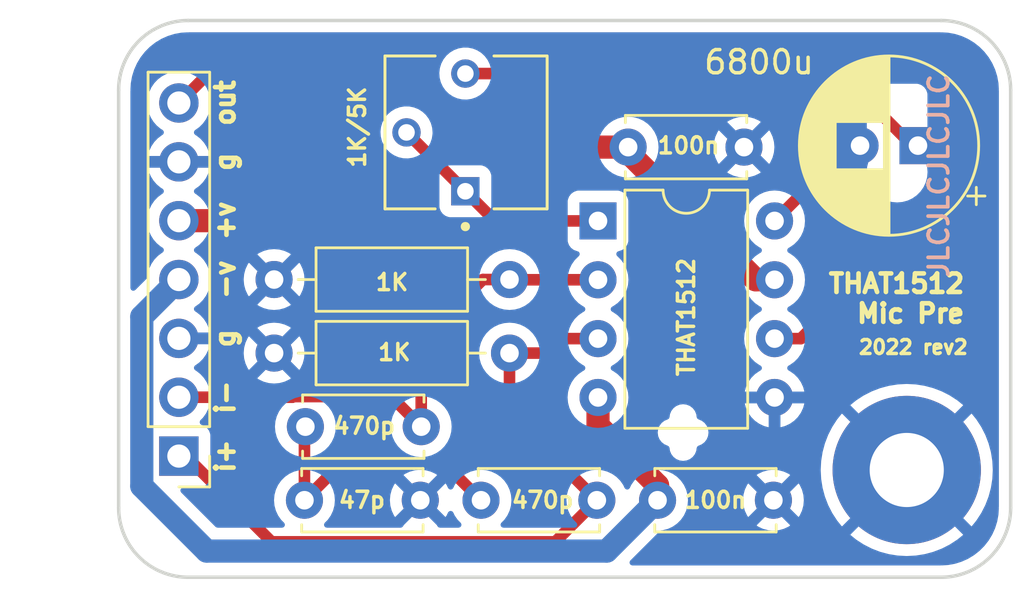
<source format=kicad_pcb>
(kicad_pcb (version 20211014) (generator pcbnew)
  (title_block (title "THAT1512 Mic Pre") (date "2022-04-22") (rev "2") (company "Triglav Modular"))
  (layers (0 "F.Cu" signal) (31 "B.Cu" signal) (34 "B.Paste" user) (35 "F.Paste" user) (36 "B.SilkS" user "B.Silkscreen") (37 "F.SilkS" user "F.Silkscreen") (38 "B.Mask" user) (39 "F.Mask" user) (44 "Edge.Cuts" user))
  (net 0 "")
  (net 1 "GND")
  (net 2 "Net-(C1-Pad1)")
  (net 3 "+In")
  (net 4 "-In")
  (net 5 "-15V")
  (net 6 "+15V")
  (net 7 "Net-(RV1-Pad3)")
  (net 8 "Net-(RV1-Pad1)")
  (net 9 "Out")
  (net 10 "Net-(U1-Pad8)")
  (footprint "Capacitor_THT:C_Disc_D5.0mm_W2.5mm_P5.00mm" (layer "F.Cu") (at 97.484315 70.3 180)
    (fp_text reference "C2" hide)
    (fp_text value "470p" (at 2.46 0.03) (layer "F.SilkS") (effects (font (size 0.7 0.7))))
    (fp_line (start 5.12 1.055) (end 5.12 1.37) (layer "F.SilkS") (width 0.12))
    (fp_line (start 5.12 -1.37) (end 5.12 -1.055) (layer "F.SilkS") (width 0.12))
    (fp_line (start -0.12 -1.37) (end 5.12 -1.37) (layer "F.SilkS") (width 0.12))
    (fp_line (start -0.12 1.37) (end 5.12 1.37) (layer "F.SilkS") (width 0.12))
    (fp_line (start -0.12 1.055) (end -0.12 1.37) (layer "F.SilkS") (width 0.12))
    (fp_line (start -0.12 -1.37) (end -0.12 -1.055) (layer "F.SilkS") (width 0.12))
    (pad "1" thru_hole circle locked (at 0 0 180) (size 1.6 1.6) (drill 0.8) (layers *.Cu *.Mask) (net 4 "-In"))
    (pad "2" thru_hole circle locked (at 5 0 180) (size 1.6 1.6) (drill 0.8) (layers *.Cu *.Mask) (net 2 "Net-(C1-Pad1)"))
  )
  (footprint "Capacitor_THT:C_Disc_D5.0mm_W2.5mm_P5.00mm" (layer "F.Cu") (at 92.444315 73.475)
    (fp_text reference "C3" hide)
    (fp_text value "47p" (at 2.48 -0.005) (layer "F.SilkS") (effects (font (size 0.7 0.7))))
    (fp_line (start 5.12 1.055) (end 5.12 1.37) (layer "F.SilkS") (width 0.12))
    (fp_line (start 5.12 -1.37) (end 5.12 -1.055) (layer "F.SilkS") (width 0.12))
    (fp_line (start -0.12 -1.37) (end 5.12 -1.37) (layer "F.SilkS") (width 0.12))
    (fp_line (start -0.12 -1.37) (end -0.12 -1.055) (layer "F.SilkS") (width 0.12))
    (fp_line (start -0.12 1.055) (end -0.12 1.37) (layer "F.SilkS") (width 0.12))
    (fp_line (start -0.12 1.37) (end 5.12 1.37) (layer "F.SilkS") (width 0.12))
    (pad "1" thru_hole circle locked (at 0 0) (size 1.6 1.6) (drill 0.8) (layers *.Cu *.Mask) (net 2 "Net-(C1-Pad1)"))
    (pad "2" thru_hole circle locked (at 5 0) (size 1.6 1.6) (drill 0.8) (layers *.Cu *.Mask) (net 1 "GND"))
  )
  (footprint "Package_DIP:DIP-8_W7.62mm" (layer "F.Cu") (at 105.114315 61.42)
    (fp_text reference "U1" hide)
    (fp_text value "THAT1512" (at 3.81 4.15 90) (layer "F.SilkS") (effects (font (size 0.7 0.7))))
    (fp_line (start 1.16 -1.33) (end 1.16 8.95) (layer "F.SilkS") (width 0.12))
    (fp_line (start 6.46 -1.33) (end 4.81 -1.33) (layer "F.SilkS") (width 0.12))
    (fp_line (start 2.81 -1.33) (end 1.16 -1.33) (layer "F.SilkS") (width 0.12))
    (fp_line (start 1.16 8.95) (end 6.46 8.95) (layer "F.SilkS") (width 0.12))
    (fp_line (start 6.46 8.95) (end 6.46 -1.33) (layer "F.SilkS") (width 0.12))
    (fp_arc (start 4.81 -1.33) (mid 3.81 -0.33) (end 2.81 -1.33) (layer "F.SilkS") (width 0.12))
    (pad "1" thru_hole rect locked (at 0 0) (size 1.6 1.6) (drill 0.8) (layers *.Cu *.Mask) (net 8 "Net-(RV1-Pad1)"))
    (pad "2" thru_hole oval locked (at 0 2.54) (size 1.6 1.6) (drill 0.8) (layers *.Cu *.Mask) (net 4 "-In"))
    (pad "3" thru_hole oval locked (at 0 5.08) (size 1.6 1.6) (drill 0.8) (layers *.Cu *.Mask) (net 3 "+In"))
    (pad "4" thru_hole oval locked (at 0 7.62) (size 1.6 1.6) (drill 0.8) (layers *.Cu *.Mask) (net 5 "-15V"))
    (pad "5" thru_hole oval locked (at 7.62 7.62) (size 1.6 1.6) (drill 0.8) (layers *.Cu *.Mask) (net 1 "GND"))
    (pad "6" thru_hole oval locked (at 7.62 5.08) (size 1.6 1.6) (drill 0.8) (layers *.Cu *.Mask) (net 9 "Out"))
    (pad "7" thru_hole oval locked (at 7.62 2.54) (size 1.6 1.6) (drill 0.8) (layers *.Cu *.Mask) (net 6 "+15V"))
    (pad "8" thru_hole oval locked (at 7.62 0) (size 1.6 1.6) (drill 0.8) (layers *.Cu *.Mask) (net 10 "Net-(U1-Pad8)"))
  )
  (footprint "MountingHole:MountingHole_3.2mm_M3_Pad" (layer "F.Cu") (at 118.439315 72.17)
    (fp_text reference "H4" hide)
    (fp_text value "M3")
    (pad "1" thru_hole circle locked (at 0 0) (size 6.4 6.4) (drill 3.2) (layers *.Cu *.Mask) (net 1 "GND"))
  )
  (footprint "Resistor_THT:R_Axial_DIN0207_L6.3mm_D2.5mm_P10.16mm_Horizontal" (layer "F.Cu") (at 91.134315 67.125)
    (fp_text reference "R2" hide)
    (fp_text value "1K" (at 5.19 -0.032) (layer "F.SilkS") (effects (font (size 0.7 0.7))))
    (fp_line (start 8.35 -1.37) (end 1.81 -1.37) (layer "F.SilkS") (width 0.12))
    (fp_line (start 9.12 0) (end 8.35 0) (layer "F.SilkS") (width 0.12))
    (fp_line (start 1.81 -1.37) (end 1.81 1.37) (layer "F.SilkS") (width 0.12))
    (fp_line (start 8.35 1.37) (end 8.35 -1.37) (layer "F.SilkS") (width 0.12))
    (fp_line (start 1.81 1.37) (end 8.35 1.37) (layer "F.SilkS") (width 0.12))
    (fp_line (start 1.04 0) (end 1.81 0) (layer "F.SilkS") (width 0.12))
    (pad "1" thru_hole circle (at 0 0) (size 1.6 1.6) (drill 0.8) (layers *.Cu *.Mask) (net 1 "GND"))
    (pad "2" thru_hole oval (at 10.16 0) (size 1.6 1.6) (drill 0.8) (layers *.Cu *.Mask) (net 3 "+In"))
  )
  (footprint "Capacitor_THT:CP_Radial_D7.5mm_P2.50mm" (layer "F.Cu") (at 118.924315 58.17 180)
    (fp_text reference "C6" hide)
    (fp_text value "6800u" (at 6.861395 3.6 180) (layer "F.SilkS"))
    (fp_line (start 1.73 -3.801) (end 1.73 -1.04) (layer "F.SilkS") (width 0.12))
    (fp_line (start 2.491 1.04) (end 2.491 3.626) (layer "F.SilkS") (width 0.12))
    (fp_line (start 1.77 -3.795) (end 1.77 -1.04) (layer "F.SilkS") (width 0.12))
    (fp_line (start 3.171 1.04) (end 3.171 3.321) (layer "F.SilkS") (width 0.12))
    (fp_line (start 2.771 1.04) (end 2.771 3.52) (layer "F.SilkS") (width 0.12))
    (fp_line (start 1.85 1.04) (end 1.85 3.784) (layer "F.SilkS") (width 0.12))
    (fp_line (start 2.531 -3.613) (end 2.531 -1.04) (layer "F.SilkS") (width 0.12))
    (fp_line (start 5.051 -0.693) (end 5.051 0.693) (layer "F.SilkS") (width 0.12))
    (fp_line (start 2.891 -3.466) (end 2.891 -1.04) (layer "F.SilkS") (width 0.12))
    (fp_line (start 2.371 -3.665) (end 2.371 -1.04) (layer "F.SilkS") (width 0.12))
    (fp_line (start 4.531 -2.014) (end 4.531 2.014) (layer "F.SilkS") (width 0.12))
    (fp_line (start 1.77 1.04) (end 1.77 3.795) (layer "F.SilkS") (width 0.12))
    (fp_line (start 3.491 -3.116) (end 3.491 -1.04) (layer "F.SilkS") (width 0.12))
    (fp_line (start 3.131 -3.343) (end 3.131 -1.04) (layer "F.SilkS") (width 0.12))
    (fp_line (start 2.011 1.04) (end 2.011 3.755) (layer "F.SilkS") (width 0.12))
    (fp_line (start 4.731 -1.654) (end 4.731 1.654) (layer "F.SilkS") (width 0.12))
    (fp_line (start 2.131 -3.729) (end 2.131 -1.04) (layer "F.SilkS") (width 0.12))
    (fp_line (start 1.65 1.04) (end 1.65 3.81) (layer "F.SilkS") (width 0.12))
    (fp_line (start 3.251 1.04) (end 3.251 3.274) (layer "F.SilkS") (width 0.12))
    (fp_line (start 2.851 -3.484) (end 2.851 -1.04) (layer "F.SilkS") (width 0.12))
    (fp_line (start 2.051 -3.747) (end 2.051 -1.04) (layer "F.SilkS") (width 0.12))
    (fp_line (start 1.89 -3.777) (end 1.89 -1.04) (layer "F.SilkS") (width 0.12))
    (fp_line (start 2.171 -3.72) (end 2.171 -1.04) (layer "F.SilkS") (width 0.12))
    (fp_line (start 2.411 -3.653) (end 2.411 -1.04) (layer "F.SilkS") (width 0.12))
    (fp_line (start 2.171 1.04) (end 2.171 3.72) (layer "F.SilkS") (width 0.12))
    (fp_line (start 2.451 1.04) (end 2.451 3.64) (layer "F.SilkS") (width 0.12))
    (fp_line (start 1.25 -3.83) (end 1.25 3.83) (layer "F.SilkS") (width 0.12))
    (fp_line (start 3.451 1.04) (end 3.451 3.144) (layer "F.SilkS") (width 0.12))
    (fp_line (start 3.091 -3.365) (end 3.091 -1.04) (layer "F.SilkS") (width 0.12))
    (fp_line (start 2.811 -3.502) (end 2.811 -1.04) (layer "F.SilkS") (width 0.12))
    (fp_line (start 1.93 -3.77) (end 1.93 -1.04) (layer "F.SilkS") (width 0.12))
    (fp_line (start 3.051 -3.386) (end 3.051 -1.04) (layer "F.SilkS") (width 0.12))
    (fp_line (start 4.851 -1.381) (end 4.851 1.381) (layer "F.SilkS") (width 0.12))
    (fp_line (start 4.651 -1.809) (end 4.651 1.809) (layer "F.SilkS") (width 0.12))
    (fp_line (start 2.931 -3.447) (end 2.931 -1.04) (layer "F.SilkS") (width 0.12))
    (fp_line (start 1.61 1.04) (end 1.61 3.814) (layer "F.SilkS") (width 0.12))
    (fp_line (start 2.291 -3.688) (end 2.291 -1.04) (layer "F.SilkS") (width 0.12))
    (fp_line (start 3.971 -2.713) (end 3.971 2.713) (layer "F.SilkS") (width 0.12))
    (fp_line (start 1.33 -3.83) (end 1.33 3.83) (layer "F.SilkS") (width 0.12))
    (fp_line (start 1.29 -3.83) (end 1.29 3.83) (layer "F.SilkS") (width 0.12))
    (fp_line (start 3.611 -3.028) (end 3.611 3.028) (layer "F.SilkS") (width 0.12))
    (fp_line (start 3.531 -3.088) (end 3.531 -1.04) (layer "F.SilkS") (width 0.12))
    (fp_line (start -2.892211 -2.175) (end -2.142211 -2.175) (layer "F.SilkS") (width 0.12))
    (fp_line (start 3.691 -2.964) (end 3.691 2.964) (layer "F.SilkS") (width 0.12))
    (fp_line (start 2.571 1.04) (end 2.571 3.598) (layer "F.SilkS") (width 0.12))
    (fp_line (start 4.251 -2.405) (end 4.251 2.405) (layer "F.SilkS") (width 0.12))
    (fp_line (start 2.251 1.04) (end 2.251 3.699) (layer "F.SilkS") (width 0.12))
    (fp_line (start 1.53 -3.82) (end 1.53 -1.04) (layer "F.SilkS") (width 0.12))
    (fp_line (start 1.41 -3.827) (end 1.41 3.827) (layer "F.SilkS") (width 0.12))
    (fp_line (start 2.691 1.04) (end 2.691 3.553) (layer "F.SilkS") (width 0.12))
    (fp_line (start 3.411 -3.172) (end 3.411 -1.04) (layer "F.SilkS") (width 0.12))
    (fp_line (start 1.971 1.04) (end 1.971 3.763) (layer "F.SilkS") (width 0.12))
    (fp_line (start 4.491 -2.077) (end 4.491 2.077) (layer "F.SilkS") (width 0.12))
    (fp_line (start 4.171 -2.5) (end 4.171 2.5) (layer "F.SilkS") (width 0.12))
    (fp_line (start 4.971 -1.028) (end 4.971 1.028) (layer "F.SilkS") (width 0.12))
    (fp_line (start 1.49 -3.823) (end 1.49 -1.04) (layer "F.SilkS") (width 0.12))
    (fp_line (start 2.971 1.04) (end 2.971 3.427) (layer "F.SilkS") (width 0.12))
    (fp_line (start 3.811 -2.863) (end 3.811 2.863) (layer "F.SilkS") (width 0.12))
    (fp_line (start 2.091 -3.738) (end 2.091 -1.04) (layer "F.SilkS") (width 0.12))
    (fp_line (start 2.011 -3.755) (end 2.011 -1.04) (layer "F.SilkS") (width 0.12))
    (fp_line (start 2.131 1.04) (end 2.131 3.729) (layer "F.SilkS") (width 0.12))
    (fp_line (start 3.371 1.04) (end 3.371 3.198) (layer "F.SilkS") (width 0.12))
    (fp_line (start 4.291 -2.355) (end 4.291 2.355) (layer "F.SilkS") (width 0.12))
    (fp_line (start 2.811 1.04) (end 2.811 3.502) (layer "F.SilkS") (width 0.12))
    (fp_line (start 4.131 -2.546) (end 4.131 2.546) (layer "F.SilkS") (width 0.12))
    (fp_line (start 3.331 -3.224) (end 3.331 -1.04) (layer "F.SilkS") (width 0.12))
    (fp_line (start 2.451 -3.64) (end 2.451 -1.04) (layer "F.SilkS") (width 0.12))
    (fp_line (start 2.331 1.04) (end 2.331 3.677) (layer "F.SilkS") (width 0.12))
    (fp_line (start 4.331 -2.304) (end 4.331 2.304) (layer "F.SilkS") (width 0.12))
    (fp_line (start 1.57 -3.817) (end 1.57 -1.04) (layer "F.SilkS") (width 0.12))
    (fp_line (start 4.611 -1.881) (end 4.611 1.881) (layer "F.SilkS") (width 0.12))
    (fp_line (start 2.971 -3.427) (end 2.971 -1.04) (layer "F.SilkS") (width 0.12))
    (fp_line (start 2.611 1.04) (end 2.611 3.584) (layer "F.SilkS") (width 0.12))
    (fp_line (start 2.371 1.04) (end 2.371 3.665) (layer "F.SilkS") (width 0.12))
    (fp_line (start 4.931 -1.158) (end 4.931 1.158) (layer "F.SilkS") (width 0.12))
    (fp_line (start 3.651 -2.996) (end 3.651 2.996) (layer "F.SilkS") (width 0.12))
    (fp_line (start 3.051 1.04) (end 3.051 3.386) (layer "F.SilkS") (width 0.12))
    (fp_line (start 4.051 -2.632) (end 4.051 2.632) (layer "F.SilkS") (width 0.12))
    (fp_line (start 3.291 -3.249) (end 3.291 -1.04) (layer "F.SilkS") (width 0.12))
    (fp_line (start 2.251 -3.699) (end 2.251 -1.04) (layer "F.SilkS") (width 0.12))
    (fp_line (start 3.371 -3.198) (end 3.371 -1.04) (layer "F.SilkS") (width 0.12))
    (fp_line (start 1.65 -3.81) (end 1.65 -1.04) (layer "F.SilkS") (width 0.12))
    (fp_line (start -2.517211 -2.55) (end -2.517211 -1.8) (layer "F.SilkS") (width 0.12))
    (fp_line (start 3.891 -2.79) (end 3.891 2.79) (layer "F.SilkS") (width 0.12))
    (fp_line (start 4.211 -2.454) (end 4.211 2.454) (layer "F.SilkS") (width 0.12))
    (fp_line (start 3.011 -3.407) (end 3.011 -1.04) (layer "F.SilkS") (width 0.12))
    (fp_line (start 4.891 -1.275) (end 4.891 1.275) (layer "F.SilkS") (width 0.12))
    (fp_line (start 3.131 1.04) (end 3.131 3.343) (layer "F.SilkS") (width 0.12))
    (fp_line (start 4.691 -1.733) (end 4.691 1.733) (layer "F.SilkS") (width 0.12))
    (fp_line (start 4.451 -2.137) (end 4.451 2.137) (layer "F.SilkS") (width 0.12))
    (fp_line (start 2.211 1.04) (end 2.211 3.71) (layer "F.SilkS") (width 0.12))
    (fp_line (start 3.731 -2.931) (end 3.731 2.931) (layer "F.SilkS") (width 0.12))
    (fp_line (start 2.851 1.04) (end 2.851 3.484) (layer "F.SilkS") (width 0.12))
    (fp_line (start 4.011 -2.673) (end 4.011 2.673) (layer "F.SilkS") (width 0.12))
    (fp_line (start 2.211 -3.71) (end 2.211 -1.04) (layer "F.SilkS") (width 0.12))
    (fp_line (start 2.931 1.04) (end 2.931 3.447) (layer "F.SilkS") (width 0.12))
    (fp_line (start 3.011 1.04) (end 3.011 3.407) (layer "F.SilkS") (width 0.12))
    (fp_line (start 1.73 1.04) (end 1.73 3.801) (layer "F.SilkS") (width 0.12))
    (fp_line (start 2.091 1.04) (end 2.091 3.738) (layer "F.SilkS") (width 0.12))
    (fp_line (start 2.411 1.04) (end 2.411 3.653) (layer "F.SilkS") (width 0.12))
    (fp_line (start 2.731 -3.536) (end 2.731 -1.04) (layer "F.SilkS") (width 0.12))
    (fp_line (start 1.971 -3.763) (end 1.971 -1.04) (layer "F.SilkS") (width 0.12))
    (fp_line (start 3.411 1.04) (end 3.411 3.172) (layer "F.SilkS") (width 0.12))
    (fp_line (start 1.53 1.04) (end 1.53 3.82) (layer "F.SilkS") (width 0.12))
    (fp_line (start 4.411 -2.195) (end 4.411 2.195) (layer "F.SilkS") (width 0.12))
    (fp_line (start 3.531 1.04) (end 3.531 3.088) (layer "F.SilkS") (width 0.12))
    (fp_line (start 1.61 -3.814) (end 1.61 -1.04) (layer "F.SilkS") (width 0.12))
    (fp_line (start 3.291 1.04) (end 3.291 3.249) (layer "F.SilkS") (width 0.12))
    (fp_line (start 3.171 -3.321) (end 3.171 -1.04) (layer "F.SilkS") (width 0.12))
    (fp_line (start 3.771 -2.898) (end 3.771 2.898) (layer "F.SilkS") (width 0.12))
    (fp_line (start 1.89 1.04) (end 1.89 3.777) (layer "F.SilkS") (width 0.12))
    (fp_line (start 4.371 -2.25) (end 4.371 2.25) (layer "F.SilkS") (width 0.12))
    (fp_line (start 3.571 -3.058) (end 3.571 3.058) (layer "F.SilkS") (width 0.12))
    (fp_line (start 3.851 -2.827) (end 3.851 2.827) (layer "F.SilkS") (width 0.12))
    (fp_line (start 2.611 -3.584) (end 2.611 -1.04) (layer "F.SilkS") (width 0.12))
    (fp_line (start 2.771 -3.52) (end 2.771 -1.04) (layer "F.SilkS") (width 0.12))
    (fp_line (start 1.37 -3.829) (end 1.37 3.829) (layer "F.SilkS") (width 0.12))
    (fp_line (start 3.211 -3.297) (end 3.211 -1.04) (layer "F.SilkS") (width 0.12))
    (fp_line (start 2.891 1.04) (end 2.891 3.466) (layer "F.SilkS") (width 0.12))
    (fp_line (start 2.731 1.04) (end 2.731 3.536) (layer "F.SilkS") (width 0.12))
    (fp_line (start 2.691 -3.553) (end 2.691 -1.04) (layer "F.SilkS") (width 0.12))
    (fp_line (start 3.931 -2.752) (end 3.931 2.752) (layer "F.SilkS") (width 0.12))
    (fp_line (start 1.69 -3.805) (end 1.69 -1.04) (layer "F.SilkS") (width 0.12))
    (fp_line (start 3.451 -3.144) (end 3.451 -1.04) (layer "F.SilkS") (width 0.12))
    (fp_line (start 2.651 1.04) (end 2.651 3.568) (layer "F.SilkS") (width 0.12))
    (fp_line (start 4.091 -2.589) (end 4.091 2.589) (layer "F.SilkS") (width 0.12))
    (fp_line (start 2.651 -3.568) (end 2.651 -1.04) (layer "F.SilkS") (width 0.12))
    (fp_line (start 1.69 1.04) (end 1.69 3.805) (layer "F.SilkS") (width 0.12))
    (fp_line (start 1.93 1.04) (end 1.93 3.77) (layer "F.SilkS") (width 0.12))
    (fp_line (start 3.331 1.04) (end 3.331 3.224) (layer "F.SilkS") (width 0.12))
    (fp_line (start 1.81 1.04) (end 1.81 3.79) (layer "F.SilkS") (width 0.12))
    (fp_line (start 1.85 -3.784) (end 1.85 -1.04) (layer "F.SilkS") (width 0.12))
    (fp_line (start 2.051 1.04) (end 2.051 3.747) (layer "F.SilkS") (width 0.12))
    (fp_line (start 2.491 -3.626) (end 2.491 -1.04) (layer "F.SilkS") (width 0.12))
    (fp_line (start 2.531 1.04) (end 2.531 3.613) (layer "F.SilkS") (width 0.12))
    (fp_line (start 3.491 1.04) (end 3.491 3.116) (layer "F.SilkS") (width 0.12))
    (fp_line (start 1.49 1.04) (end 1.49 3.823) (layer "F.SilkS") (width 0.12))
    (fp_line (start 1.57 1.04) (end 1.57 3.817) (layer "F.SilkS") (width 0.12))
    (fp_line (start 2.571 -3.598) (end 2.571 -1.04) (layer "F.SilkS") (width 0.12))
    (fp_line (start 2.331 -3.677) (end 2.331 -1.04) (layer "F.SilkS") (width 0.12))
    (fp_line (start 4.811 -1.478) (end 4.811 1.478) (layer "F.SilkS") (width 0.12))
    (fp_line (start 3.211 1.04) (end 3.211 3.297) (layer "F.SilkS") (width 0.12))
    (fp_line (start 1.81 -3.79) (end 1.81 -1.04) (layer "F.SilkS") (width 0.12))
    (fp_line (start 4.571 -1.949) (end 4.571 1.949) (layer "F.SilkS") (width 0.12))
    (fp_line (start 4.771 -1.569) (end 4.771 1.569) (layer "F.SilkS") (width 0.12))
    (fp_line (start 5.011 -0.877) (end 5.011 0.877) (layer "F.SilkS") (width 0.12))
    (fp_line (start 5.091 -0.441) (end 5.091 0.441) (layer "F.SilkS") (width 0.12))
    (fp_line (start 3.251 -3.274) (end 3.251 -1.04) (layer "F.SilkS") (width 0.12))
    (fp_line (start 3.091 1.04) (end 3.091 3.365) (layer "F.SilkS") (width 0.12))
    (fp_line (start 2.291 1.04) (end 2.291 3.688) (layer "F.SilkS") (width 0.12))
    (fp_line (start 1.45 -3.825) (end 1.45 3.825) (layer "F.SilkS") (width 0.12))
    (fp_circle (center 1.25 0) (end 5.12 0) (layer "F.SilkS") (width 0.12) (fill none))
    (pad "1" thru_hole rect locked (at 0 0 180) (size 1.6 1.6) (drill 0.8) (layers *.Cu *.Mask) (net 7 "Net-(RV1-Pad3)"))
    (pad "2" thru_hole circle locked (at 2.5 0 180) (size 1.6 1.6) (drill 0.8) (layers *.Cu *.Mask) (net 10 "Net-(U1-Pad8)"))
  )
  (footprint "Capacitor_THT:C_Disc_D5.0mm_W2.5mm_P5.00mm" (layer "F.Cu") (at 112.684315 73.475 180)
    (fp_text reference "C4" hide)
    (fp_text value "100n" (at 2.5 0.005) (layer "F.SilkS") (effects (font (size 0.7 0.7))))
    (fp_line (start 5.12 -1.37) (end 5.12 -1.055) (layer "F.SilkS") (width 0.12))
    (fp_line (start 5.12 1.055) (end 5.12 1.37) (layer "F.SilkS") (width 0.12))
    (fp_line (start -0.12 -1.37) (end 5.12 -1.37) (layer "F.SilkS") (width 0.12))
    (fp_line (start -0.12 1.37) (end 5.12 1.37) (layer "F.SilkS") (width 0.12))
    (fp_line (start -0.12 1.055) (end -0.12 1.37) (layer "F.SilkS") (width 0.12))
    (fp_line (start -0.12 -1.37) (end -0.12 -1.055) (layer "F.SilkS") (width 0.12))
    (pad "1" thru_hole circle (at 0 0 180) (size 1.6 1.6) (drill 0.8) (layers *.Cu *.Mask) (net 1 "GND"))
    (pad "2" thru_hole circle (at 5 0 180) (size 1.6 1.6) (drill 0.8) (layers *.Cu *.Mask) (net 5 "-15V"))
  )
  (footprint "Resistor_THT:R_Axial_DIN0207_L6.3mm_D2.5mm_P10.16mm_Horizontal" (layer "F.Cu") (at 91.134315 63.95)
    (fp_text reference "R1" hide)
    (fp_text value "1K" (at 5.09 0.12) (layer "F.SilkS") (effects (font (size 0.7 0.7))))
    (fp_line (start 8.35 -1.37) (end 1.81 -1.37) (layer "F.SilkS") (width 0.12))
    (fp_line (start 1.81 1.37) (end 8.35 1.37) (layer "F.SilkS") (width 0.12))
    (fp_line (start 1.81 -1.37) (end 1.81 1.37) (layer "F.SilkS") (width 0.12))
    (fp_line (start 8.35 1.37) (end 8.35 -1.37) (layer "F.SilkS") (width 0.12))
    (fp_line (start 1.04 0) (end 1.81 0) (layer "F.SilkS") (width 0.12))
    (fp_line (start 9.12 0) (end 8.35 0) (layer "F.SilkS") (width 0.12))
    (pad "1" thru_hole circle (at 0 0) (size 1.6 1.6) (drill 0.8) (layers *.Cu *.Mask) (net 1 "GND"))
    (pad "2" thru_hole oval (at 10.16 0) (size 1.6 1.6) (drill 0.8) (layers *.Cu *.Mask) (net 4 "-In"))
  )
  (footprint "Capacitor_THT:C_Disc_D5.0mm_W2.5mm_P5.00mm" (layer "F.Cu") (at 100.064315 73.475)
    (fp_text reference "C1" hide)
    (fp_text value "470p" (at 2.66 -0.005) (layer "F.SilkS") (effects (font (size 0.7 0.7))))
    (fp_line (start 5.12 1.055) (end 5.12 1.37) (layer "F.SilkS") (width 0.12))
    (fp_line (start 5.12 -1.37) (end 5.12 -1.055) (layer "F.SilkS") (width 0.12))
    (fp_line (start -0.12 -1.37) (end 5.12 -1.37) (layer "F.SilkS") (width 0.12))
    (fp_line (start -0.12 1.055) (end -0.12 1.37) (layer "F.SilkS") (width 0.12))
    (fp_line (start -0.12 1.37) (end 5.12 1.37) (layer "F.SilkS") (width 0.12))
    (fp_line (start -0.12 -1.37) (end -0.12 -1.055) (layer "F.SilkS") (width 0.12))
    (pad "1" thru_hole circle (at 0 0) (size 1.6 1.6) (drill 0.8) (layers *.Cu *.Mask) (net 2 "Net-(C1-Pad1)"))
    (pad "2" thru_hole circle (at 5 0) (size 1.6 1.6) (drill 0.8) (layers *.Cu *.Mask) (net 3 "+In"))
  )
  (footprint "Connector_PinHeader_2.54mm:PinHeader_1x07_P2.54mm_Vertical" (layer "F.Cu") (at 87.024315 71.57 180)
    (fp_text reference "J1" hide)
    (fp_text value "Conn_01x07_Female")
    (fp_line (start 1.33 1.27) (end 1.33 16.57) (layer "F.SilkS") (width 0.12))
    (fp_line (start -1.33 16.57) (end 1.33 16.57) (layer "F.SilkS") (width 0.12))
    (fp_line (start -1.33 0) (end -1.33 -1.33) (layer "F.SilkS") (width 0.12))
    (fp_line (start -1.33 1.27) (end 1.33 1.27) (layer "F.SilkS") (width 0.12))
    (fp_line (start -1.33 -1.33) (end 0 -1.33) (layer "F.SilkS") (width 0.12))
    (fp_line (start -1.33 1.27) (end -1.33 16.57) (layer "F.SilkS") (width 0.12))
    (pad "1" thru_hole rect (at 0 0 180) (size 1.7 1.7) (drill 1) (layers *.Cu *.Mask) (net 3 "+In"))
    (pad "2" thru_hole oval (at 0 2.54 180) (size 1.7 1.7) (drill 1) (layers *.Cu *.Mask) (net 4 "-In"))
    (pad "3" thru_hole oval (at 0 5.08 180) (size 1.7 1.7) (drill 1) (layers *.Cu *.Mask) (net 1 "GND"))
    (pad "4" thru_hole oval (at 0 7.62 180) (size 1.7 1.7) (drill 1) (layers *.Cu *.Mask) (net 5 "-15V"))
    (pad "5" thru_hole oval (at 0 10.16 180) (size 1.7 1.7) (drill 1) (layers *.Cu *.Mask) (net 6 "+15V"))
    (pad "6" thru_hole oval (at 0 12.7 180) (size 1.7 1.7) (drill 1) (layers *.Cu *.Mask) (net 1 "GND"))
    (pad "7" thru_hole oval (at 0 15.24 180) (size 1.7 1.7) (drill 1) (layers *.Cu *.Mask) (net 9 "Out"))
  )
  (footprint "Capacitor_THT:C_Disc_D5.0mm_W2.5mm_P5.00mm" (layer "F.Cu") (at 111.414315 58.235 180)
    (fp_text reference "C5" hide)
    (fp_text value "100n" (at 2.39 0.065) (layer "F.SilkS") (effects (font (size 0.7 0.7))))
    (fp_line (start -0.12 -1.37) (end 5.12 -1.37) (layer "F.SilkS") (width 0.12))
    (fp_line (start -0.12 1.055) (end -0.12 1.37) (layer "F.SilkS") (width 0.12))
    (fp_line (start 5.12 1.055) (end 5.12 1.37) (layer "F.SilkS") (width 0.12))
    (fp_line (start -0.12 -1.37) (end -0.12 -1.055) (layer "F.SilkS") (width 0.12))
    (fp_line (start -0.12 1.37) (end 5.12 1.37) (layer "F.SilkS") (width 0.12))
    (fp_line (start 5.12 -1.37) (end 5.12 -1.055) (layer "F.SilkS") (width 0.12))
    (pad "1" thru_hole circle (at 0 0 180) (size 1.6 1.6) (drill 0.8) (layers *.Cu *.Mask) (net 1 "GND"))
    (pad "2" thru_hole circle (at 5 0 180) (size 1.6 1.6) (drill 0.8) (layers *.Cu *.Mask) (net 6 "+15V"))
  )
  (footprint "Trimmer:TRIM_3362P-1-103" (layer "F.Cu") (at 99.389315 57.6 90)
    (fp_text reference "RV1" hide)
    (fp_text value "1K/5K" (at 0.23 -4.665 90) (layer "F.SilkS") (effects (font (size 0.7 0.7))))
    (fp_line (start 3.3 1.235) (end 3.3 3.52) (layer "F.SilkS") (width 0.127))
    (fp_line (start -3.3 3.52) (end -3.3 1.235) (layer "F.SilkS") (width 0.127))
    (fp_line (start -3.3 -3.47) (end 3.3 -3.47) (layer "F.SilkS") (width 0.127))
    (fp_line (start 3.3 3.53) (end -3.3 3.53) (layer "F.SilkS") (width 0.127))
    (fp_line (start -3.3 -1.305) (end -3.3 -3.47) (layer "F.SilkS") (width 0.127))
    (fp_line (start 3.3 -3.47) (end 3.3 -1.305) (layer "F.SilkS") (width 0.127))
    (fp_circle (center -4.064 0) (end -3.964 0) (layer "F.SilkS") (width 0.2) (fill none))
    (pad "1" thru_hole rect (at -2.54 0 90) (size 1.222 1.222) (drill 0.714) (layers *.Cu *.Mask) (net 8 "Net-(RV1-Pad1)"))
    (pad "2" thru_hole circle (at 0 -2.54 90) (size 1.222 1.222) (drill 0.714) (layers *.Cu *.Mask) (net 8 "Net-(RV1-Pad1)"))
    (pad "3" thru_hole circle (at 2.54 0 90) (size 1.222 1.222) (drill 0.714) (layers *.Cu *.Mask) (net 7 "Net-(RV1-Pad3)"))
  )
  (gr_arc (start 122.924315 73.79868) (mid 122.045635 75.92) (end 119.924315 76.79868) (layer "Edge.Cuts") (width 0.15))
  (gr_arc (start 119.924315 52.77) (mid 122.045635 53.64868) (end 122.924315 55.77) (layer "Edge.Cuts") (width 0.15))
  (gr_line (start 84.424315 55.77) (end 84.424315 73.79868) (layer "Edge.Cuts") (width 0.15))
  (gr_line (start 119.924315 52.77) (end 87.424315 52.77) (layer "Edge.Cuts") (width 0.15))
  (gr_line (start 87.424315 76.79868) (end 119.924315 76.79868) (layer "Edge.Cuts") (width 0.15))
  (gr_arc (start 87.424315 76.79868) (mid 85.302995 75.92) (end 84.424315 73.79868) (layer "Edge.Cuts") (width 0.15))
  (gr_line (start 122.924315 55.77) (end 122.924315 73.79868) (layer "Edge.Cuts") (width 0.15))
  (gr_arc (start 84.424315 55.77) (mid 85.302995 53.64868) (end 87.424315 52.77) (layer "Edge.Cuts") (width 0.15))
  (gr_text "JLCJLCJLCJLC" (at 119.824315 59.47 90) (layer "B.SilkS") (effects (font (size 0.85 0.85) (thickness 0.16))))
  (gr_text "i-" (at 89.024315 69.03 90) (layer "F.SilkS") (effects (font (size 0.8 0.8) (thickness 0.2))))
  (gr_text "i+" (at 89.024315 71.57 90) (layer "F.SilkS") (effects (font (size 0.8 0.8) (thickness 0.2))))
  (gr_text "out" (at 89.024315 56.33 90) (layer "F.SilkS") (effects (font (size 0.8 0.8) (thickness 0.2))))
  (gr_text "g" (at 89.024315 66.49 90) (layer "F.SilkS") (effects (font (size 0.8 0.8) (thickness 0.2))))
  (gr_text "THAT1512\nMic Pre" (at 121.024315 64.77) (layer "F.SilkS") (effects (font (size 0.8 0.8) (thickness 0.2)) (justify right)))
  (gr_text "-v" (at 89.024315 63.95 90) (layer "F.SilkS") (effects (font (size 0.8 0.8) (thickness 0.2))))
  (gr_text "+v" (at 89.024315 61.41 90) (layer "F.SilkS") (effects (font (size 0.8 0.8) (thickness 0.2))))
  (gr_text "2022 rev2" (at 118.724315 66.87) (layer "F.SilkS") (effects (font (size 0.6 0.6))))
  (gr_text "g" (at 89.024315 58.87 90) (layer "F.SilkS") (effects (font (size 0.8 0.8) (thickness 0.2))))
  (segment (start 92.444315 73.475) (end 93.999315 71.92) (width 0.5) (layer "F.Cu") (net 2))
  (segment (start 93.999315 71.92) (end 98.509315 71.92) (width 0.5) (layer "F.Cu") (net 2))
  (segment (start 92.444315 70.34) (end 92.444315 73.475) (width 0.5) (layer "F.Cu") (net 2))
  (segment (start 98.509315 71.92) (end 100.064315 73.475) (width 0.5) (layer "F.Cu") (net 2))
  (segment (start 92.484315 70.3) (end 92.444315 70.34) (width 0.5) (layer "F.Cu") (net 2))
  (segment (start 101.294315 67.125) (end 101.294315 69.705) (width 0.5) (layer "F.Cu") (net 3))
  (segment (start 87.324315 71.57) (end 91.024315 75.27) (width 0.5) (layer "F.Cu") (net 3))
  (segment (start 102.969315 67.125) (end 101.294315 67.125) (width 0.5) (layer "F.Cu") (net 3))
  (segment (start 105.114315 66.5) (end 103.594315 66.5) (width 0.5) (layer "F.Cu") (net 3))
  (segment (start 91.024315 75.27) (end 103.269315 75.27) (width 0.5) (layer "F.Cu") (net 3))
  (segment (start 103.594315 66.5) (end 102.969315 67.125) (width 0.5) (layer "F.Cu") (net 3))
  (segment (start 103.269315 75.27) (end 105.064315 73.475) (width 0.5) (layer "F.Cu") (net 3))
  (segment (start 101.294315 69.705) (end 105.064315 73.475) (width 0.5) (layer "F.Cu") (net 3))
  (segment (start 87.024315 71.57) (end 87.324315 71.57) (width 0.5) (layer "F.Cu") (net 3))
  (segment (start 96.184804 69.000489) (end 97.484315 70.3) (width 0.5) (layer "F.Cu") (net 4))
  (segment (start 100.144315 63.95) (end 97.484315 66.61) (width 0.5) (layer "F.Cu") (net 4))
  (segment (start 105.114315 63.96) (end 101.304315 63.96) (width 0.5) (layer "F.Cu") (net 4))
  (segment (start 87.024315 69.03) (end 91.916528 69.03) (width 0.5) (layer "F.Cu") (net 4))
  (segment (start 91.916528 69.03) (end 91.946039 69.000489) (width 0.5) (layer "F.Cu") (net 4))
  (segment (start 101.304315 63.96) (end 101.294315 63.95) (width 0.5) (layer "F.Cu") (net 4))
  (segment (start 91.946039 69.000489) (end 96.184804 69.000489) (width 0.5) (layer "F.Cu") (net 4))
  (segment (start 101.294315 63.95) (end 100.144315 63.95) (width 0.5) (layer "F.Cu") (net 4))
  (segment (start 97.484315 66.61) (end 97.484315 70.3) (width 0.5) (layer "F.Cu") (net 4))
  (segment (start 105.114315 69.04) (end 105.114315 70.26) (width 1) (layer "F.Cu") (net 5))
  (segment (start 107.684315 72.83) (end 107.684315 73.475) (width 1) (layer "F.Cu") (net 5))
  (segment (start 105.114315 70.26) (end 107.684315 72.83) (width 1) (layer "F.Cu") (net 5))
  (segment (start 107.684315 73.475) (end 105.489315 75.67) (width 1) (layer "B.Cu") (net 5))
  (segment (start 85.424315 72.869022) (end 85.424315 65.55) (width 1) (layer "B.Cu") (net 5))
  (segment (start 105.489315 75.67) (end 88.225293 75.67) (width 1) (layer "B.Cu") (net 5))
  (segment (start 85.424315 65.55) (end 87.024315 63.95) (width 1) (layer "B.Cu") (net 5))
  (segment (start 88.225293 75.67) (end 85.424315 72.869022) (width 1) (layer "B.Cu") (net 5))
  (segment (start 89.924315 60.42) (end 89.924315 56.92) (width 1) (layer "F.Cu") (net 6))
  (segment (start 111.914315 63.96) (end 112.734315 63.96) (width 1) (layer "F.Cu") (net 6))
  (segment (start 88.934315 61.41) (end 89.924315 60.42) (width 1) (layer "F.Cu") (net 6))
  (segment (start 99.989315 58.235) (end 106.414315 58.235) (width 1) (layer "F.Cu") (net 6))
  (segment (start 106.414315 58.46) (end 111.914315 63.96) (width 1) (layer "F.Cu") (net 6))
  (segment (start 89.924315 56.92) (end 91.174315 55.67) (width 1) (layer "F.Cu") (net 6))
  (segment (start 91.174315 55.67) (end 97.424315 55.67) (width 1) (layer "F.Cu") (net 6))
  (segment (start 87.024315 61.41) (end 88.934315 61.41) (width 1) (layer "F.Cu") (net 6))
  (segment (start 106.414315 58.235) (end 106.414315 58.46) (width 1) (layer "F.Cu") (net 6))
  (segment (start 97.424315 55.67) (end 99.989315 58.235) (width 1) (layer "F.Cu") (net 6))
  (segment (start 118.68571 58.17) (end 118.924315 58.17) (width 0.5) (layer "F.Cu") (net 7))
  (segment (start 115.57571 55.06) (end 118.68571 58.17) (width 0.5) (layer "F.Cu") (net 7))
  (segment (start 99.389315 55.06) (end 115.57571 55.06) (width 0.5) (layer "F.Cu") (net 7))
  (segment (start 100.669315 61.42) (end 99.389315 60.14) (width 0.5) (layer "F.Cu") (net 8))
  (segment (start 105.114315 61.42) (end 100.669315 61.42) (width 0.5) (layer "F.Cu") (net 8))
  (segment (start 96.849315 57.6) (end 99.389315 60.14) (width 0.5) (layer "F.Cu") (net 8))
  (segment (start 112.734315 66.5) (end 113.865685 66.5) (width 0.5) (layer "F.Cu") (net 9))
  (segment (start 121.224315 56.97) (end 117.924315 53.67) (width 0.5) (layer "F.Cu") (net 9))
  (segment (start 113.865685 66.5) (end 121.224315 59.14137) (width 0.5) (layer "F.Cu") (net 9))
  (segment (start 89.684315 53.67) (end 87.024315 56.33) (width 0.5) (layer "F.Cu") (net 9))
  (segment (start 117.924315 53.67) (end 89.684315 53.67) (width 0.5) (layer "F.Cu") (net 9))
  (segment (start 121.224315 59.14137) (end 121.224315 56.97) (width 0.5) (layer "F.Cu") (net 9))
  (segment (start 115.984315 58.17) (end 112.734315 61.42) (width 0.5) (layer "F.Cu") (net 10))
  (segment (start 116.424315 58.17) (end 115.984315 58.17) (width 0.5) (layer "F.Cu") (net 10))
  (zone (net 1) (net_name "GND") (layer "B.Cu") (connect_pads (clearance 0.508)) (min_thickness 0.254) (fill yes (thermal_gap 0.508) (thermal_bridge_width 0.508))
    (polygon (pts (xy 123.519315 77.92) (xy 84.784315 77.92) (xy 84.784315 51.885) (xy 123.519315 51.885)))
  )
)
</source>
